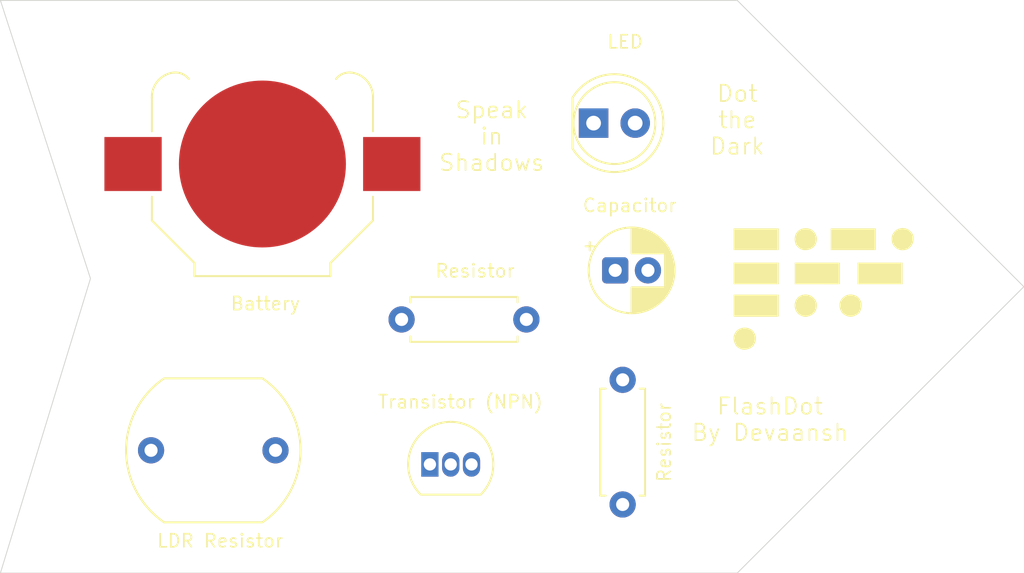
<source format=kicad_pcb>
(kicad_pcb (version 20241229) (generator "pcbnew") (generator_version "9.0")
  (layers (0 "F.Cu" signal) (2 "B.Cu" signal) (13 "F.Paste" user) (15 "B.Paste" user) (5 "F.SilkS" user "F.Silkscreen") (7 "B.SilkS" user "B.Silkscreen") (1 "F.Mask" user) (3 "B.Mask" user) (25 "Edge.Cuts" user))
  (net 0 "")
  (net 1 "Net-(BT1-+)")
  (net 2 "Net-(BT1--)")
  (net 3 "Net-(Q2-B)")
  (net 4 "Net-(D1-A)")
  (net 5 "Net-(D1-K)")
  (footprint "Battery:BatteryHolder_Keystone_3000_1x12mm" (layer "F.Cu") (at 116 70 180)
    (property "Reference" "BT1" (hide yes))
    (property "Value" "Battery")
    (fp_line (start 6.75 2) (end 6.75 4.1) (stroke (width 0.12)) (layer "F.SilkS"))
    (fp_line (start 6.75 -3.45) (end 6.75 -2) (stroke (width 0.12)) (layer "F.SilkS"))
    (fp_line (start 4.15 -6.05) (end 6.75 -3.45) (stroke (width 0.12)) (layer "F.SilkS"))
    (fp_line (start 4.15 -6.85) (end 4.15 -6.05) (stroke (width 0.12)) (layer "F.SilkS"))
    (fp_line (start -4.15 -6.05) (end -4.15 -6.85) (stroke (width 0.12)) (layer "F.SilkS"))
    (fp_line (start -4.15 -6.85) (end 4.15 -6.85) (stroke (width 0.12)) (layer "F.SilkS"))
    (fp_line (start -6.75 2) (end -6.75 4.1) (stroke (width 0.12)) (layer "F.SilkS"))
    (fp_line (start -6.75 -2) (end -6.75 -3.45) (stroke (width 0.12)) (layer "F.SilkS"))
    (fp_line (start -6.75 -3.45) (end -4.15 -6.05) (stroke (width 0.12)) (layer "F.SilkS"))
    (fp_arc (start 6.75 4.05) (mid 6.346016 5.125305) (end 5.3 5.6) (stroke (width 0.12)) (layer "F.SilkS"))
    (fp_arc (start 5.414615 5.58416) (mid 4.90584 5.514615) (end 4.5 5.2) (stroke (width 0.12)) (layer "F.SilkS"))
    (fp_arc (start -4.5 5.2) (mid -4.90584 5.514615) (end -5.414615 5.58416) (stroke (width 0.12)) (layer "F.SilkS"))
    (fp_arc (start -5.3 5.6) (mid -6.346016 5.125305) (end -6.75 4.05) (stroke (width 0.12)) (layer "F.SilkS"))
    (pad "1" smd rect (at -7.9 0 180) (size 3.5 3.3) (layers "F.Cu" "F.Mask" "F.Paste") (net 1 "Net-(BT1-+)"))
    (pad "1" smd rect (at 7.9 0 180) (size 3.5 3.3) (layers "F.Cu" "F.Mask" "F.Paste") (net 1 "Net-(BT1-+)"))
    (pad "2" smd circle (at 0 0 180) (size 10.2 10.2) (layers "F.Cu" "F.Mask") (net 2 "Net-(BT1--)"))
  )
  (footprint "Package_TO_SOT_THT:TO-92_Inline" (layer "F.Cu") (at 126.23 88.36)
    (property "Reference" "Q2" (hide yes))
    (property "Value" "Q_NPN_EBC")
    (fp_line (start -0.53 1.85) (end 3.07 1.85) (stroke (width 0.12)) (layer "F.SilkS"))
    (fp_arc (start -0.568478 1.838478) (mid -1.132087 -0.994977) (end 1.27 -2.6) (stroke (width 0.12)) (layer "F.SilkS"))
    (fp_arc (start 1.27 -2.6) (mid 3.672087 -0.994977) (end 3.108478 1.838478) (stroke (width 0.12)) (layer "F.SilkS"))
    (pad "1" thru_hole rect (at 0 0) (size 1.05 1.5) (drill 0.75) (layers "*.Cu" "*.Mask") (net 2 "Net-(BT1--)"))
    (pad "2" thru_hole oval (at 1.27 0) (size 1.05 1.5) (drill 0.75) (layers "*.Cu" "*.Mask") (net 3 "Net-(Q2-B)"))
    (pad "3" thru_hole oval (at 2.54 0) (size 1.05 1.5) (drill 0.75) (layers "*.Cu" "*.Mask") (net 5 "Net-(D1-K)"))
  )
  (footprint "Capacitor_THT:CP_Radial_D5.0mm_P2.00mm" (layer "F.Cu") (at 137.544888 76.5)
    (property "Reference" "C1" (hide yes))
    (property "Value" "C_Polarized")
    (fp_line (start -1.804775 -1.475) (end -1.304775 -1.475) (stroke (width 0.12)) (layer "F.SilkS"))
    (fp_line (start -1.554775 -1.725) (end -1.554775 -1.225) (stroke (width 0.12)) (layer "F.SilkS"))
    (fp_line (start 1 -2.58) (end 1 -1.04) (stroke (width 0.12)) (layer "F.SilkS"))
    (fp_line (start 1 1.04) (end 1 2.58) (stroke (width 0.12)) (layer "F.SilkS"))
    (fp_line (start 1.04 -2.58) (end 1.04 -1.04) (stroke (width 0.12)) (layer "F.SilkS"))
    (fp_line (start 1.04 1.04) (end 1.04 2.58) (stroke (width 0.12)) (layer "F.SilkS"))
    (fp_line (start 1.08 -2.579) (end 1.08 -1.04) (stroke (width 0.12)) (layer "F.SilkS"))
    (fp_line (start 1.08 1.04) (end 1.08 2.579) (stroke (width 0.12)) (layer "F.SilkS"))
    (fp_line (start 1.12 -2.577) (end 1.12 -1.04) (stroke (width 0.12)) (layer "F.SilkS"))
    (fp_line (start 1.12 1.04) (end 1.12 2.577) (stroke (width 0.12)) (layer "F.SilkS"))
    (fp_line (start 1.16 -2.575) (end 1.16 -1.04) (stroke (width 0.12)) (layer "F.SilkS"))
    (fp_line (start 1.16 1.04) (end 1.16 2.575) (stroke (width 0.12)) (layer "F.SilkS"))
    (fp_line (start 1.2 -2.572) (end 1.2 -1.04) (stroke (width 0.12)) (layer "F.SilkS"))
    (fp_line (start 1.2 1.04) (end 1.2 2.572) (stroke (width 0.12)) (layer "F.SilkS"))
    (fp_line (start 1.24 -2.569) (end 1.24 -1.04) (stroke (width 0.12)) (layer "F.SilkS"))
    (fp_line (start 1.24 1.04) (end 1.24 2.569) (stroke (width 0.12)) (layer "F.SilkS"))
    (fp_line (start 1.28 -2.565) (end 1.28 -1.04) (stroke (width 0.12)) (layer "F.SilkS"))
    (fp_line (start 1.28 1.04) (end 1.28 2.565) (stroke (width 0.12)) (layer "F.SilkS"))
    (fp_line (start 1.32 -2.56) (end 1.32 -1.04) (stroke (width 0.12)) (layer "F.SilkS"))
    (fp_line (start 1.32 1.04) (end 1.32 2.56) (stroke (width 0.12)) (layer "F.SilkS"))
    (fp_line (start 1.36 -2.555) (end 1.36 -1.04) (stroke (width 0.12)) (layer "F.SilkS"))
    (fp_line (start 1.36 1.04) (end 1.36 2.555) (stroke (width 0.12)) (layer "F.SilkS"))
    (fp_line (start 1.4 -2.549) (end 1.4 -1.04) (stroke (width 0.12)) (layer "F.SilkS"))
    (fp_line (start 1.4 1.04) (end 1.4 2.549) (stroke (width 0.12)) (layer "F.SilkS"))
    (fp_line (start 1.44 -2.543) (end 1.44 -1.04) (stroke (width 0.12)) (layer "F.SilkS"))
    (fp_line (start 1.44 1.04) (end 1.44 2.543) (stroke (width 0.12)) (layer "F.SilkS"))
    (fp_line (start 1.48 -2.536) (end 1.48 -1.04) (stroke (width 0.12)) (layer "F.SilkS"))
    (fp_line (start 1.48 1.04) (end 1.48 2.536) (stroke (width 0.12)) (layer "F.SilkS"))
    (fp_line (start 1.52 -2.528) (end 1.52 -1.04) (stroke (width 0.12)) (layer "F.SilkS"))
    (fp_line (start 1.52 1.04) (end 1.52 2.528) (stroke (width 0.12)) (layer "F.SilkS"))
    (fp_line (start 1.56 -2.519) (end 1.56 -1.04) (stroke (width 0.12)) (layer "F.SilkS"))
    (fp_line (start 1.56 1.04) (end 1.56 2.519) (stroke (width 0.12)) (layer "F.SilkS"))
    (fp_line (start 1.6 -2.51) (end 1.6 -1.04) (stroke (width 0.12)) (layer "F.SilkS"))
    (fp_line (start 1.6 1.04) (end 1.6 2.51) (stroke (width 0.12)) (layer "F.SilkS"))
    (fp_line (start 1.64 -2.501) (end 1.64 -1.04) (stroke (width 0.12)) (layer "F.SilkS"))
    (fp_line (start 1.64 1.04) (end 1.64 2.501) (stroke (width 0.12)) (layer "F.SilkS"))
    (fp_line (start 1.68 -2.49) (end 1.68 -1.04) (stroke (width 0.12)) (layer "F.SilkS"))
    (fp_line (start 1.68 1.04) (end 1.68 2.49) (stroke (width 0.12)) (layer "F.SilkS"))
    (fp_line (start 1.72 -2.479) (end 1.72 -1.04) (stroke (width 0.12)) (layer "F.SilkS"))
    (fp_line (start 1.72 1.04) (end 1.72 2.479) (stroke (width 0.12)) (layer "F.SilkS"))
    (fp_line (start 1.76 -2.467) (end 1.76 -1.04) (stroke (width 0.12)) (layer "F.SilkS"))
    (fp_line (start 1.76 1.04) (end 1.76 2.467) (stroke (width 0.12)) (layer "F.SilkS"))
    (fp_line (start 1.8 -2.455) (end 1.8 -1.04) (stroke (width 0.12)) (layer "F.SilkS"))
    (fp_line (start 1.8 1.04) (end 1.8 2.455) (stroke (width 0.12)) (layer "F.SilkS"))
    (fp_line (start 1.84 -2.442) (end 1.84 -1.04) (stroke (width 0.12)) (layer "F.SilkS"))
    (fp_line (start 1.84 1.04) (end 1.84 2.442) (stroke (width 0.12)) (layer "F.SilkS"))
    (fp_line (start 1.88 -2.428) (end 1.88 -1.04) (stroke (width 0.12)) (layer "F.SilkS"))
    (fp_line (start 1.88 1.04) (end 1.88 2.428) (stroke (width 0.12)) (layer "F.SilkS"))
    (fp_line (start 1.92 -2.413) (end 1.92 -1.04) (stroke (width 0.12)) (layer "F.SilkS"))
    (fp_line (start 1.92 1.04) (end 1.92 2.413) (stroke (width 0.12)) (layer "F.SilkS"))
    (fp_line (start 1.96 -2.398) (end 1.96 -1.04) (stroke (width 0.12)) (layer "F.SilkS"))
    (fp_line (start 1.96 1.04) (end 1.96 2.398) (stroke (width 0.12)) (layer "F.SilkS"))
    (fp_line (start 2 -2.382) (end 2 -1.04) (stroke (width 0.12)) (layer "F.SilkS"))
    (fp_line (start 2 1.04) (end 2 2.382) (stroke (width 0.12)) (layer "F.SilkS"))
    (fp_line (start 2.04 -2.365) (end 2.04 -1.04) (stroke (width 0.12)) (layer "F.SilkS"))
    (fp_line (start 2.04 1.04) (end 2.04 2.365) (stroke (width 0.12)) (layer "F.SilkS"))
    (fp_line (start 2.08 -2.347) (end 2.08 -1.04) (stroke (width 0.12)) (layer "F.SilkS"))
    (fp_line (start 2.08 1.04) (end 2.08 2.347) (stroke (width 0.12)) (layer "F.SilkS"))
    (fp_line (start 2.12 -2.329) (end 2.12 -1.04) (stroke (width 0.12)) (layer "F.SilkS"))
    (fp_line (start 2.12 1.04) (end 2.12 2.329) (stroke (width 0.12)) (layer "F.SilkS"))
    (fp_line (start 2.16 -2.309) (end 2.16 -1.04) (stroke (width 0.12)) (layer "F.SilkS"))
    (fp_line (start 2.16 1.04) (end 2.16 2.309) (stroke (width 0.12)) (layer "F.SilkS"))
    (fp_line (start 2.2 -2.289) (end 2.2 -1.04) (stroke (width 0.12)) (layer "F.SilkS"))
    (fp_line (start 2.2 1.04) (end 2.2 2.289) (stroke (width 0.12)) (layer "F.SilkS"))
    (fp_line (start 2.24 -2.268) (end 2.24 -1.04) (stroke (width 0.12)) (layer "F.SilkS"))
    (fp_line (start 2.24 1.04) (end 2.24 2.268) (stroke (width 0.12)) (layer "F.SilkS"))
    (fp_line (start 2.28 -2.246) (end 2.28 -1.04) (stroke (width 0.12)) (layer "F.SilkS"))
    (fp_line (start 2.28 1.04) (end 2.28 2.246) (stroke (width 0.12)) (layer "F.SilkS"))
    (fp_line (start 2.32 -2.223) (end 2.32 -1.04) (stroke (width 0.12)) (layer "F.SilkS"))
    (fp_line (start 2.32 1.04) (end 2.32 2.223) (stroke (width 0.12)) (layer "F.SilkS"))
    (fp_line (start 2.36 -2.199) (end 2.36 -1.04) (stroke (width 0.12)) (layer "F.SilkS"))
    (fp_line (start 2.36 1.04) (end 2.36 2.199) (stroke (width 0.12)) (layer "F.SilkS"))
    (fp_line (start 2.4 -2.175) (end 2.4 -1.04) (stroke (width 0.12)) (layer "F.SilkS"))
    (fp_line (start 2.4 1.04) (end 2.4 2.175) (stroke (width 0.12)) (layer "F.SilkS"))
    (fp_line (start 2.44 -2.149) (end 2.44 -1.04) (stroke (width 0.12)) (layer "F.SilkS"))
    (fp_line (start 2.44 1.04) (end 2.44 2.149) (stroke (width 0.12)) (layer "F.SilkS"))
    (fp_line (start 2.48 -2.122) (end 2.48 -1.04) (stroke (width 0.12)) (layer "F.SilkS"))
    (fp_line (start 2.48 1.04) (end 2.48 2.122) (stroke (width 0.12)) (layer "F.SilkS"))
    (fp_line (start 2.52 -2.094) (end 2.52 -1.04) (stroke (width 0.12)) (layer "F.SilkS"))
    (fp_line (start 2.52 1.04) (end 2.52 2.094) (stroke (width 0.12)) (layer "F.SilkS"))
    (fp_line (start 2.56 -2.065) (end 2.56 -1.04) (stroke (width 0.12)) (layer "F.SilkS"))
    (fp_line (start 2.56 1.04) (end 2.56 2.065) (stroke (width 0.12)) (layer "F.SilkS"))
    (fp_line (start 2.6 -2.035) (end 2.6 -1.04) (stroke (width 0.12)) (layer "F.SilkS"))
    (fp_line (start 2.6 1.04) (end 2.6 2.035) (stroke (width 0.12)) (layer "F.SilkS"))
    (fp_line (start 2.64 -2.003) (end 2.64 -1.04) (stroke (width 0.12)) (layer "F.SilkS"))
    (fp_line (start 2.64 1.04) (end 2.64 2.003) (stroke (width 0.12)) (layer "F.SilkS"))
    (fp_line (start 2.68 -1.97) (end 2.68 -1.04) (stroke (width 0.12)) (layer "F.SilkS"))
    (fp_line (start 2.68 1.04) (end 2.68 1.97) (stroke (width 0.12)) (layer "F.SilkS"))
    (fp_line (start 2.72 -1.936) (end 2.72 -1.04) (stroke (width 0.12)) (layer "F.SilkS"))
    (fp_line (start 2.72 1.04) (end 2.72 1.936) (stroke (width 0.12)) (layer "F.SilkS"))
    (fp_line (start 2.76 -1.901) (end 2.76 -1.04) (stroke (width 0.12)) (layer "F.SilkS"))
    (fp_line (start 2.76 1.04) (end 2.76 1.901) (stroke (width 0.12)) (layer "F.SilkS"))
    (fp_line (start 2.8 -1.864) (end 2.8 -1.04) (stroke (width 0.12)) (layer "F.SilkS"))
    (fp_line (start 2.8 1.04) (end 2.8 1.864) (stroke (width 0.12)) (layer "F.SilkS"))
    (fp_line (start 2.84 -1.825) (end 2.84 -1.04) (stroke (width 0.12)) (layer "F.SilkS"))
    (fp_line (start 2.84 1.04) (end 2.84 1.825) (stroke (width 0.12)) (layer "F.SilkS"))
    (fp_line (start 2.88 -1.785) (end 2.88 -1.04) (stroke (width 0.12)) (layer "F.SilkS"))
    (fp_line (start 2.88 1.04) (end 2.88 1.785) (stroke (width 0.12)) (layer "F.SilkS"))
    (fp_line (start 2.92 -1.743) (end 2.92 -1.04) (stroke (width 0.12)) (layer "F.SilkS"))
    (fp_line (start 2.92 1.04) (end 2.92 1.743) (stroke (width 0.12)) (layer "F.SilkS"))
    (fp_line (start 2.96 -1.699) (end 2.96 -1.04) (stroke (width 0.12)) (layer "F.SilkS"))
    (fp_line (start 2.96 1.04) (end 2.96 1.699) (stroke (width 0.12)) (layer "F.SilkS"))
    (fp_line (start 3 -1.652) (end 3 -1.04) (stroke (width 0.12)) (layer "F.SilkS"))
    (fp_line (start 3 1.04) (end 3 1.652) (stroke (width 0.12)) (layer "F.SilkS"))
    (fp_line (start 3.04 -1.604) (end 3.04 1.604) (stroke (width 0.12)) (layer "F.SilkS"))
    (fp_line (start 3.08 -1.553) (end 3.08 1.553) (stroke (width 0.12)) (layer "F.SilkS"))
    (fp_line (start 3.12 -1.499) (end 3.12 1.499) (stroke (width 0.12)) (layer "F.SilkS"))
    (fp_line (start 3.16 -1.443) (end 3.16 1.443) (stroke (width 0.12)) (layer "F.SilkS"))
    (fp_line (start 3.2 -1.383) (end 3.2 1.383) (stroke (width 0.12)) (layer "F.SilkS"))
    (fp_line (start 3.24 -1.319) (end 3.24 1.319) (stroke (width 0.12)) (layer "F.SilkS"))
    (fp_line (start 3.28 -1.251) (end 3.28 1.251) (stroke (width 0.12)) (layer "F.SilkS"))
    (fp_line (start 3.32 -1.177) (end 3.32 1.177) (stroke (width 0.12)) (layer "F.SilkS"))
    (fp_line (start 3.36 -1.098) (end 3.36 1.098) (stroke (width 0.12)) (layer "F.SilkS"))
    (fp_line (start 3.4 -1.011) (end 3.4 1.011) (stroke (width 0.12)) (layer "F.SilkS"))
    (fp_line (start 3.44 -0.914) (end 3.44 0.914) (stroke (width 0.12)) (layer "F.SilkS"))
    (fp_line (start 3.48 -0.805) (end 3.48 0.805) (stroke (width 0.12)) (layer "F.SilkS"))
    (fp_line (start 3.52 -0.677) (end 3.52 0.677) (stroke (width 0.12)) (layer "F.SilkS"))
    (fp_line (start 3.56 -0.517) (end 3.56 0.517) (stroke (width 0.12)) (layer "F.SilkS"))
    (fp_line (start 3.6 -0.283) (end 3.6 0.283) (stroke (width 0.12)) (layer "F.SilkS"))
    (fp_circle (center 1 0) (end 3.62 0) (stroke (width 0.12)) (fill no) (layer "F.SilkS"))
    (pad "1" thru_hole roundrect (at 0 0) (size 1.6 1.6) (drill 0.8) (layers "*.Cu" "*.Mask") (roundrect_rratio 0.15625) (net 3 "Net-(Q2-B)"))
    (pad "2" thru_hole circle (at 2 0) (size 1.6 1.6) (drill 0.8) (layers "*.Cu" "*.Mask") (net 2 "Net-(BT1--)"))
  )
  (footprint "Resistor_THT:R_Axial_DIN0207_L6.3mm_D2.5mm_P7.62mm_Horizontal" (layer "F.Cu") (at 138 83.19 -90)
    (property "Reference" "R2" (hide yes))
    (property "Value" "R")
    (fp_line (start 0.54 1.37) (end 7.08 1.37) (stroke (width 0.12)) (layer "F.SilkS"))
    (fp_line (start 7.08 1.37) (end 7.08 1.04) (stroke (width 0.12)) (layer "F.SilkS"))
    (fp_line (start 0.54 1.04) (end 0.54 1.37) (stroke (width 0.12)) (layer "F.SilkS"))
    (fp_line (start 0.54 -1.04) (end 0.54 -1.37) (stroke (width 0.12)) (layer "F.SilkS"))
    (fp_line (start 0.54 -1.37) (end 7.08 -1.37) (stroke (width 0.12)) (layer "F.SilkS"))
    (fp_line (start 7.08 -1.37) (end 7.08 -1.04) (stroke (width 0.12)) (layer "F.SilkS"))
    (pad "1" thru_hole circle (at 0 0 270) (size 1.6 1.6) (drill 0.8) (layers "*.Cu" "*.Mask") (net 4 "Net-(D1-A)"))
    (pad "2" thru_hole circle (at 7.62 0 270) (size 1.6 1.6) (drill 0.8) (layers "*.Cu" "*.Mask") (net 2 "Net-(BT1--)"))
  )
  (footprint "OptoDevice:R_LDR_10x8.5mm_P7.6mm_Vertical" (layer "F.Cu") (at 116.8 87.5 180)
    (property "Reference" "R3" (hide yes))
    (property "Value" "LDR03")
    (fp_line (start 0.8 4.4) (end 6.8 4.4) (stroke (width 0.12)) (layer "F.SilkS"))
    (fp_line (start 0.8 -4.4) (end 6.8 -4.4) (stroke (width 0.12)) (layer "F.SilkS"))
    (fp_arc (start 6.8 -4.4) (mid 9.125374 -0.019809) (end 6.83265 4.37756) (stroke (width 0.12)) (layer "F.SilkS"))
    (fp_arc (start 0.8 4.4) (mid -1.525374 0.019809) (end 0.76735 -4.37756) (stroke (width 0.12)) (layer "F.SilkS"))
    (pad "1" thru_hole circle (at 0 0 180) (size 1.6 1.6) (drill 0.8) (layers "*.Cu" "*.Mask") (net 3 "Net-(Q2-B)"))
    (pad "2" thru_hole circle (at 7.6 0 180) (size 1.6 1.6) (drill 0.8) (layers "*.Cu" "*.Mask") (net 1 "Net-(BT1-+)"))
  )
  (footprint "Resistor_THT:R_Axial_DIN0207_L6.3mm_D2.5mm_P7.62mm_Horizontal" (layer "F.Cu") (at 124.5 79.5)
    (property "Reference" "R1" (hide yes))
    (property "Value" "R")
    (fp_line (start 0.54 -1.37) (end 7.08 -1.37) (stroke (width 0.12)) (layer "F.SilkS"))
    (fp_line (start 0.54 -1.04) (end 0.54 -1.37) (stroke (width 0.12)) (layer "F.SilkS"))
    (fp_line (start 0.54 1.04) (end 0.54 1.37) (stroke (width 0.12)) (layer "F.SilkS"))
    (fp_line (start 0.54 1.37) (end 7.08 1.37) (stroke (width 0.12)) (layer "F.SilkS"))
    (fp_line (start 7.08 -1.37) (end 7.08 -1.04) (stroke (width 0.12)) (layer "F.SilkS"))
    (fp_line (start 7.08 1.37) (end 7.08 1.04) (stroke (width 0.12)) (layer "F.SilkS"))
    (pad "1" thru_hole circle (at 0 0) (size 1.6 1.6) (drill 0.8) (layers "*.Cu" "*.Mask") (net 2 "Net-(BT1--)"))
    (pad "2" thru_hole circle (at 7.62 0) (size 1.6 1.6) (drill 0.8) (layers "*.Cu" "*.Mask") (net 3 "Net-(Q2-B)"))
  )
  (footprint "LED_THT:LED_D5.0mm" (layer "F.Cu") (at 136.225 67.5)
    (property "Reference" "D1" (hide yes))
    (property "Value" "LED")
    (fp_line (start -1.29 -1.545) (end -1.29 1.545) (stroke (width 0.12)) (layer "F.SilkS"))
    (fp_arc (start -1.29 -1.54483) (mid 2.071779 -2.880495) (end 4.26 0) (stroke (width 0.12)) (layer "F.SilkS"))
    (fp_arc (start 4.26 0) (mid 2.071779 2.880495) (end -1.29 1.54483) (stroke (width 0.12)) (layer "F.SilkS"))
    (fp_circle (center 1.27 0) (end 3.77 0) (stroke (width 0.12)) (fill no) (layer "F.SilkS"))
    (pad "1" thru_hole rect (at 0 0) (size 1.8 1.8) (drill 0.9) (layers "*.Cu" "*.Mask") (net 5 "Net-(D1-K)"))
    (pad "2" thru_hole circle (at 2.54 0) (size 1.8 1.8) (drill 0.9) (layers "*.Cu" "*.Mask") (net 4 "Net-(D1-A)"))
  )
  (gr_poly (pts (xy 147.530527 77.348022) (xy 144.778861 77.348022) (xy 144.778861 76.025105) (xy 147.530527 76.025105)) (fill yes) (layer "F.SilkS"))
  (gr_poly (pts (xy 149.200526 77.973247) (xy 149.248675 77.977176) (xy 149.296741 77.98451) (xy 149.344662 77.995263) (xy 149.392373 78.009448) (xy 149.439811 78.027079) (xy 149.486911 78.048169) (xy 149.533609 78.072733) (xy 149.562166 78.093472) (xy 149.589626 78.114863) (xy 149.615972 78.136939) (xy 149.641186 78.159732) (xy 149.66525 78.183274) (xy 149.688148 78.207599) (xy 149.70986 78.232739) (xy 149.73037 78.258726) (xy 149.74966 78.285592) (xy 149.767712 78.313371) (xy 149.784508 78.342095) (xy 149.800032 78.371796) (xy 149.814264 78.402508) (xy 149.827189 78.434261) (xy 149.838787 78.46709) (xy 149.849042 78.501027) (xy 149.854063 78.538652) (xy 149.857567 78.576228) (xy 149.859518 78.613702) (xy 149.859879 78.651022) (xy 149.858611 78.688136) (xy 149.855679 78.724991) (xy 149.851044 78.761535) (xy 149.844669 78.797716) (xy 149.836517 78.833481) (xy 149.826551 78.868779) (xy 149.814733 78.903557) (xy 149.801027 78.937762) (xy 149.785395 78.971343) (xy 149.767799 79.004246) (xy 149.748203 79.036421) (xy 149.726569 79.067814) (xy 149.696977 79.099782) (xy 149.667135 79.129407) (xy 149.636953 79.156772) (xy 149.60634 79.181956) (xy 149.575207 79.205044) (xy 149.543463 79.226115) (xy 149.511019 79.245253) (xy 149.477783 79.262539) (xy 149.443666 79.278055) (xy 149.408577 79.291882) (xy 149.372427 79.304103) (xy 149.335125 79.314799) (xy 149.296582 79.324052) (xy 149.256706 79.331944) (xy 149.215408 79.338557) (xy 149.172597 79.343973) (xy 149.139205 79.341624) (xy 149.106184 79.337802) (xy 149.073562 79.33253) (xy 149.041365 79.32583) (xy 149.00962 79.317725) (xy 148.978355 79.308237) (xy 148.947596 79.297388) (xy 148.917371 79.285201) (xy 148.887705 79.271699) (xy 148.858627 79.256903) (xy 148.830163 79.240836) (xy 148.802341 79.223522) (xy 148.775186 79.204981) (xy 148.748727 79.185237) (xy 148.722989 79.164312) (xy 148.698001 79.142228) (xy 148.670972 79.110878) (xy 148.646087 79.079387) (xy 148.623308 79.04768) (xy 148.602595 79.015683) (xy 148.583911 78.983321) (xy 148.567217 78.950518) (xy 148.552474 78.917201) (xy 148.539643 78.883295) (xy 148.528687 78.848724) (xy 148.519565 78.813414) (xy 148.512241 78.77729) (xy 148.506674 78.740278) (xy 148.502827 78.702302) (xy 148.500661 78.663289) (xy 148.500137 78.623162) (xy 148.501217 78.581849) (xy 148.506558 78.544031) (xy 148.513465 78.507355) (xy 148.521936 78.471777) (xy 148.531971 78.437252) (xy 148.54357 78.403735) (xy 148.55673 78.371182) (xy 148.571451 78.339548) (xy 148.587733 78.308789) (xy 148.605575 78.27886) (xy 148.624976 78.249716) (xy 148.645934 78.221314) (xy 148.66845 78.193608) (xy 148.692522 78.166553) (xy 148.71815 78.140106) (xy 148.745332 78.114222) (xy 148.774069 78.088855) (xy 148.820074 78.062754) (xy 148.866573 78.039935) (xy 148.913502 78.020411) (xy 148.960797 78.004197) (xy 149.008395 77.991306) (xy 149.05623 77.981752) (xy 149.10424 77.975549) (xy 149.15236 77.972709)) (fill yes) (layer "F.SilkS"))
  (gr_poly (pts (xy 155.09761 77.348022) (xy 152.345943 77.348022) (xy 152.345943 76.025105) (xy 155.09761 76.025105)) (fill yes) (layer "F.SilkS"))
  (gr_poly (pts (xy 149.215147 73.923251) (xy 149.255062 73.925974) (xy 149.294721 73.930713) (xy 149.334107 73.937517) (xy 149.373203 73.946439) (xy 149.411989 73.95753) (xy 149.450449 73.970841) (xy 149.488563 73.986423) (xy 149.526315 74.004328) (xy 149.563685 74.024608) (xy 149.593282 74.047854) (xy 149.621414 74.072294) (xy 149.648075 74.097885) (xy 149.673263 74.124588) (xy 149.696971 74.152363) (xy 149.719195 74.181168) (xy 149.739932 74.210963) (xy 149.759176 74.241708) (xy 149.776923 74.273361) (xy 149.793168 74.305883) (xy 149.807908 74.339233) (xy 149.821137 74.37337) (xy 149.832851 74.408254) (xy 149.843046 74.443844) (xy 149.851717 74.4801) (xy 149.85886 74.516981) (xy 149.860517 74.557089) (xy 149.860478 74.596232) (xy 149.858727 74.634463) (xy 149.85525 74.671834) (xy 149.850033 74.7084) (xy 149.843061 74.744213) (xy 149.834321 74.779325) (xy 149.823796 74.813791) (xy 149.811473 74.847664) (xy 149.797338 74.880995) (xy 149.781376 74.913839) (xy 149.763572 74.946249) (xy 149.743912 74.978278) (xy 149.722382 75.009978) (xy 149.698967 75.041403) (xy 149.673652 75.072605) (xy 149.634461 75.103991) (xy 149.595813 75.132) (xy 149.55753 75.156791) (xy 149.519435 75.178521) (xy 149.481349 75.197348) (xy 149.443095 75.213428) (xy 149.404494 75.22692) (xy 149.36537 75.23798) (xy 149.325545 75.246766) (xy 149.28484 75.253436) (xy 149.243079 75.258146) (xy 149.200082 75.261054) (xy 149.155673 75.262318) (xy 149.109674 75.262094) (xy 149.061907 75.26054) (xy 149.012194 75.257814) (xy 148.978722 75.247657) (xy 148.945841 75.236017) (xy 148.913609 75.222918) (xy 148.882077 75.208387) (xy 148.851303 75.192449) (xy 148.821341 75.175129) (xy 148.792244 75.156455) (xy 148.76407 75.13645) (xy 148.736871 75.115142) (xy 148.710704 75.092555) (xy 148.685622 75.068716) (xy 148.661681 75.04365) (xy 148.638936 75.017383) (xy 148.617441 74.98994) (xy 148.597251 74.961348) (xy 148.578422 74.931632) (xy 148.562415 74.893711) (xy 148.54828 74.856063) (xy 148.536017 74.818638) (xy 148.525629 74.781382) (xy 148.517116 74.744243) (xy 148.510479 74.707168) (xy 148.505719 74.670106) (xy 148.502837 74.633005) (xy 148.501834 74.59581) (xy 148.502711 74.558471) (xy 148.50547 74.520935) (xy 148.510111 74.48315) (xy 148.516636 74.445062) (xy 148.525044 74.40662) (xy 148.535338 74.367772) (xy 148.547519 74.328465) (xy 148.562398 74.296906) (xy 148.578612 74.266327) (xy 148.596135 74.236755) (xy 148.614938 74.208218) (xy 148.634993 74.180741) (xy 148.656271 74.154353) (xy 148.678745 74.129081) (xy 148.702385 74.104951) (xy 148.727164 74.081991) (xy 148.753054 74.060227) (xy 148.780026 74.039688) (xy 148.808052 74.020398) (xy 148.837104 74.002387) (xy 148.867153 73.985681) (xy 148.898172 73.970307) (xy 148.930132 73.956291) (xy 148.971324 73.946348) (xy 149.012387 73.93806) (xy 149.053304 73.931479) (xy 149.094057 73.926656) (xy 149.134627 73.923643) (xy 149.174997 73.922491)) (fill yes) (layer "F.SilkS"))
  (gr_poly (pts (xy 151.958644 77.974349) (xy 152.001646 77.9782) (xy 152.04467 77.984563) (xy 152.087677 77.993376) (xy 152.130633 78.004581) (xy 152.173499 78.01812) (xy 152.21624 78.033932) (xy 152.258817 78.051958) (xy 152.288434 78.070983) (xy 152.316911 78.091315) (xy 152.344229 78.112905) (xy 152.370364 78.135705) (xy 152.395297 78.159664) (xy 152.419005 78.184735) (xy 152.441468 78.210867) (xy 152.462664 78.238012) (xy 152.482572 78.266121) (xy 152.501171 78.295143) (xy 152.518438 78.325031) (xy 152.534354 78.355736) (xy 152.548896 78.387207) (xy 152.562043 78.419396) (xy 152.573775 78.452253) (xy 152.584069 78.48573) (xy 152.587707 78.527931) (xy 152.590162 78.568927) (xy 152.591369 78.608841) (xy 152.59126 78.647794) (xy 152.589771 78.685907) (xy 152.586835 78.7233) (xy 152.582386 78.760096) (xy 152.576358 78.796415) (xy 152.568684 78.832379) (xy 152.559299 78.868108) (xy 152.548137 78.903724) (xy 152.535131 78.939348) (xy 152.520216 78.975102) (xy 152.503325 79.011106) (xy 152.484393 79.047482) (xy 152.463353 79.08435) (xy 152.43474 79.111344) (xy 152.405606 79.137032) (xy 152.375928 79.161377) (xy 152.34568 79.184344) (xy 152.314837 79.205895) (xy 152.283375 79.225994) (xy 152.251268 79.244604) (xy 152.218493 79.261687) (xy 152.185023 79.277208) (xy 152.150835 79.291129) (xy 152.115904 79.303414) (xy 152.080204 79.314027) (xy 152.043711 79.322929) (xy 152.0064 79.330085) (xy 151.968246 79.335458) (xy 151.929225 79.339011) (xy 151.890734 79.337245) (xy 151.852771 79.333419) (xy 151.815366 79.327587) (xy 151.778548 79.319805) (xy 151.742349 79.310127) (xy 151.706797 79.298609) (xy 151.671922 79.285304) (xy 151.637754 79.270269) (xy 151.604323 79.253558) (xy 151.571659 79.235226) (xy 151.539791 79.215328) (xy 151.50875 79.19392) (xy 151.478564 79.171054) (xy 151.449265 79.146788) (xy 151.420882 79.121176) (xy 151.393444 79.094272) (xy 151.371293 79.059897) (xy 151.350783 79.025612) (xy 151.331936 78.991342) (xy 151.314779 78.957015) (xy 151.299336 78.922556) (xy 151.28563 78.887893) (xy 151.273687 78.852951) (xy 151.263532 78.817658) (xy 151.255188 78.78194) (xy 151.248681 78.745724) (xy 151.244035 78.708935) (xy 151.241274 78.671501) (xy 151.240423 78.633348) (xy 151.241507 78.594403) (xy 151.24455 78.554592) (xy 151.249576 78.513842) (xy 151.258642 78.478097) (xy 151.269472 78.443372) (xy 151.282016 78.409663) (xy 151.296226 78.376968) (xy 151.312051 78.345283) (xy 151.329442 78.314604) (xy 151.348351 78.284928) (xy 151.368727 78.256252) (xy 151.390522 78.228571) (xy 151.413685 78.201883) (xy 151.438169 78.176184) (xy 151.463922 78.151469) (xy 151.490897 78.127737) (xy 151.519043 78.104984) (xy 151.548311 78.083205) (xy 151.578652 78.062397) (xy 151.619807 78.040996) (xy 151.661315 78.022638) (xy 151.703138 78.007263) (xy 151.74524 77.994812) (xy 151.787584 77.985226) (xy 151.830133 77.978446) (xy 151.872851 77.974412) (xy 151.9157 77.973066)) (fill yes) (layer "F.SilkS"))
  (gr_poly (pts (xy 147.530527 79.305939) (xy 147.52558 79.310592) (xy 147.520477 79.314829) (xy 147.515225 79.318668) (xy 147.509832 79.322126) (xy 147.504304 79.325221) (xy 147.498648 79.32797) (xy 147.492872 79.330392) (xy 147.486982 79.332503) (xy 147.480985 79.334322) (xy 147.474889 79.335866) (xy 147.462427 79.3382) (xy 147.449651 79.339645) (xy 147.436616 79.340344) (xy 147.423381 79.340437) (xy 147.41 79.340066) (xy 147.383026 79.338493) (xy 147.356144 79.336756) (xy 147.342878 79.336178) (xy 147.329804 79.335982) (xy 147.253748 79.335821) (xy 147.1741 79.335961) (xy 146.912064 79.335911) (xy 146.730847 79.335988) (xy 146.350496 79.335847) (xy 145.861741 79.335941) (xy 145.487375 79.335937) (xy 145.307105 79.336003) (xy 145.05564 79.335821) (xy 144.979583 79.335982) (xy 144.923003 79.335739) (xy 144.880124 79.335197) (xy 144.848594 79.334003) (xy 144.836351 79.333051) (xy 144.826062 79.331805) (xy 144.817435 79.33022) (xy 144.810175 79.328252) (xy 144.803988 79.325857) (xy 144.79858 79.322991) (xy 144.793658 79.319611) (xy 144.788926 79.315671) (xy 144.778861 79.305939) (xy 144.778861 77.983022) (xy 147.530527 77.983022)) (fill yes) (layer "F.SilkS"))
  (gr_poly (pts (xy 147.530527 75.257814) (xy 144.778861 75.257814) (xy 144.778861 73.934897) (xy 147.530527 73.934897)) (fill yes) (layer "F.SilkS"))
  (gr_poly (pts (xy 151.261152 77.321564) (xy 151.252329 77.330303) (xy 151.248583 77.333852) (xy 151.24514 77.336911) (xy 151.243498 77.33827) (xy 151.241893 77.339524) (xy 151.24031 77.340677) (xy 151.238737 77.341734) (xy 151.23716 77.342702) (xy 151.235566 77.343586) (xy 151.233942 77.34439) (xy 151.232274 77.345122) (xy 151.230549 77.345785) (xy 151.228755 77.346386) (xy 151.226877 77.34693) (xy 151.224903 77.347422) (xy 151.22282 77.347868) (xy 151.220613 77.348273) (xy 151.215778 77.348982) (xy 151.210293 77.349594) (xy 151.204052 77.350152) (xy 151.188878 77.351278) (xy 151.128053 77.351204) (xy 151.058456 77.351314) (xy 150.981524 77.351026) (xy 150.900966 77.351038) (xy 150.635971 77.350606) (xy 150.452784 77.350492) (xy 149.969574 77.349839) (xy 149.390371 77.349245) (xy 148.509485 77.348022) (xy 148.509485 76.025105) (xy 151.261152 76.025105)) (fill yes) (layer "F.SilkS"))
  (gr_poly (pts (xy 153.457194 75.257814) (xy 150.705527 75.257814) (xy 150.705527 73.934897) (xy 153.457194 73.934897)) (fill yes) (layer "F.SilkS"))
  (gr_poly (pts (xy 145.5 80) (xy 145.546595 80.004747) (xy 145.593476 80.012659) (xy 145.640788 80.023735) (xy 145.688672 80.037977) (xy 145.737272 80.055383) (xy 145.786732 80.075953) (xy 145.837194 80.099689) (xy 145.866415 80.121075) (xy 145.89385 80.143383) (xy 145.919569 80.166608) (xy 145.943636 80.190744) (xy 145.966121 80.215786) (xy 145.98709 80.241729) (xy 146.006611 80.268567) (xy 146.024751 80.296294) (xy 146.041577 80.324905) (xy 146.057157 80.354395) (xy 146.071558 80.384758) (xy 146.084847 80.415989) (xy 146.097092 80.448082) (xy 146.10836 80.481032) (xy 146.118719 80.514833) (xy 146.128236 80.54948) (xy 146.133575 80.589209) (xy 146.136396 80.628234) (xy 146.136819 80.666603) (xy 146.134961 80.704361) (xy 146.13094 80.741554) (xy 146.124875 80.778229) (xy 146.116883 80.814432) (xy 146.107082 80.850208) (xy 146.095592 80.885605) (xy 146.082529 80.920667) (xy 146.068013 80.955441) (xy 146.05216 80.989973) (xy 146.03509 81.024309) (xy 146.01692 81.058495) (xy 145.977754 81.126603) (xy 145.945554 81.155709) (xy 145.912839 81.182604) (xy 145.879582 81.207333) (xy 145.845755 81.229936) (xy 145.81133 81.250456) (xy 145.77628 81.268935) (xy 145.740577 81.285415) (xy 145.704194 81.29994) (xy 145.667104 81.31255) (xy 145.629278 81.323288) (xy 145.590689 81.332197) (xy 145.551309 81.339318) (xy 145.511112 81.344694) (xy 145.470069 81.348368) (xy 145.428152 81.350381) (xy 145.385335 81.350775) (xy 145.353779 81.34693) (xy 145.322461 81.3416) (xy 145.291433 81.33482) (xy 145.260744 81.326628) (xy 145.230446 81.31706) (xy 145.200591 81.306154) (xy 145.171229 81.293946) (xy 145.142411 81.280473) (xy 145.114189 81.265772) (xy 145.086615 81.249879) (xy 145.059738 81.232832) (xy 145.03361 81.214666) (xy 145.008282 81.19542) (xy 144.983805 81.17513) (xy 144.960231 81.153832) (xy 144.937611 81.131564) (xy 144.91518 81.096215) (xy 144.894272 81.061336) (xy 144.874917 81.026798) (xy 144.857146 80.99247) (xy 144.840992 80.958222) (xy 144.826484 80.923923) (xy 144.813655 80.889443) (xy 144.802534 80.854652) (xy 144.793155 80.819419) (xy 144.785548 80.783614) (xy 144.779743 80.747108) (xy 144.775773 80.709768) (xy 144.773669 80.671466) (xy 144.773461 80.632071) (xy 144.775181 80.591453) (xy 144.778861 80.54948) (xy 144.788164 80.514851) (xy 144.798379 80.481054) (xy 144.809564 80.448095) (xy 144.821777 80.415985) (xy 144.835078 80.384729) (xy 144.849525 80.354337) (xy 144.865176 80.324817) (xy 144.88209 80.296177) (xy 144.900325 80.268424) (xy 144.919941 80.241567) (xy 144.940996 80.215614) (xy 144.963548 80.190573) (xy 144.987656 80.166451) (xy 145.013378 80.143258) (xy 145.040774 80.121001) (xy 145.069902 80.099689) (xy 145.120364 80.075953) (xy 145.169824 80.055383) (xy 145.218424 80.037977) (xy 145.266308 80.023735) (xy 145.31362 80.012659) (xy 145.360501 80.004747) (xy 145.407096 80) (xy 145.453548 79.998418)) (fill yes) (layer "F.SilkS"))
  (gr_poly (pts (xy 155.159063 73.915855) (xy 155.210422 73.921663) (xy 155.260991 73.931105) (xy 155.310421 73.944199) (xy 155.358363 73.960965) (xy 155.40447 73.981422) (xy 155.426725 73.993041) (xy 155.44839 74.005591) (xy 155.500514 74.046335) (xy 155.526026 74.067306) (xy 155.550992 74.088772) (xy 155.575277 74.110805) (xy 155.598748 74.133477) (xy 155.62127 74.156859) (xy 155.642708 74.181024) (xy 155.662928 74.206044) (xy 155.681795 74.23199) (xy 155.699175 74.258935) (xy 155.714935 74.286949) (xy 155.728938 74.316106) (xy 155.735239 74.331135) (xy 155.741051 74.346476) (xy 155.746356 74.362139) (xy 155.751139 74.378133) (xy 155.755382 74.394466) (xy 155.759068 74.411147) (xy 155.762794 74.458129) (xy 155.765287 74.50354) (xy 155.766413 74.547518) (xy 155.766037 74.590198) (xy 155.764025 74.63172) (xy 155.760241 74.672218) (xy 155.754551 74.711831) (xy 155.746821 74.750695) (xy 155.736916 74.788948) (xy 155.7247 74.826726) (xy 155.71004 74.864168) (xy 155.692801 74.901408) (xy 155.672848 74.938586) (xy 155.650046 74.975837) (xy 155.624261 75.013298) (xy 155.595357 75.051108) (xy 155.567261 75.080155) (xy 155.539626 75.106695) (xy 155.512269 75.130828) (xy 155.485004 75.152654) (xy 155.457646 75.172274) (xy 155.43001 75.189787) (xy 155.40191 75.205293) (xy 155.373162 75.218892) (xy 155.34358 75.230685) (xy 155.312979 75.24077) (xy 155.281174 75.249249) (xy 155.24798 75.256222) (xy 155.213212 75.261787) (xy 155.176685 75.266046) (xy 155.138212 75.269098) (xy 155.09761 75.271043) (xy 155.054733 75.2689) (xy 155.014406 75.26552) (xy 154.976393 75.260806) (xy 154.940456 75.254663) (xy 154.906359 75.246995) (xy 154.873865 75.237706) (xy 154.842737 75.2267) (xy 154.812739 75.213881) (xy 154.783633 75.199154) (xy 154.755182 75.182423) (xy 154.72715 75.163591) (xy 154.6993 75.142563) (xy 154.671395 75.119243) (xy 154.643198 75.093535) (xy 154.614471 75.065343) (xy 154.58498 75.034572) (xy 154.55885 75.003151) (xy 154.535697 74.972187) (xy 154.515348 74.941529) (xy 154.497633 74.911026) (xy 154.482378 74.880528) (xy 154.469414 74.849884) (xy 154.458568 74.818944) (xy 154.44967 74.787557) (xy 154.442546 74.755572) (xy 154.437027 74.72284) (xy 154.43294 74.689208) (xy 154.430114 74.654528) (xy 154.428377 74.618648) (xy 154.427558 74.581418) (xy 154.427987 74.502304) (xy 154.432116 74.466748) (xy 154.437969 74.432687) (xy 154.445506 74.400015) (xy 154.454687 74.368625) (xy 154.465473 74.338412) (xy 154.477826 74.309269) (xy 154.491704 74.28109) (xy 154.507071 74.253769) (xy 154.523885 74.2272) (xy 154.542108 74.201276) (xy 154.5617 74.175892) (xy 154.582622 74.15094) (xy 154.604835 74.126315) (xy 154.628299 74.101911) (xy 154.652975 74.077621) (xy 154.678824 74.05334) (xy 154.698495 74.038181) (xy 154.718885 74.023881) (xy 154.761646 73.997861) (xy 154.806758 73.975301) (xy 154.853873 73.956218) (xy 154.90264 73.940634) (xy 154.952712 73.928567) (xy 155.00374 73.920036) (xy 155.055373 73.91506) (xy 155.107264 73.91366)) (fill yes) (layer "F.SilkS"))
  (gr_poly (pts (xy 100 60) (xy 105.5 77) (xy 100 95) (xy 145 95) (xy 162.5 77.5) (xy 145 60)) (stroke (width 0.05)) (fill no) (layer "Edge.Cuts"))
  (gr_text "Transistor (NPN)" (at 123 85 0) (layer "F.SilkS") (effects (font (size 0.8 0.8) (thickness 0.1)) (justify left bottom)))
  (gr_text "Resistor" (at 141 89.5 90) (layer "F.SilkS") (effects (font (size 0.8 0.8) (thickness 0.1)) (justify left bottom)))
  (gr_text "Battery" (at 114 79 0) (layer "F.SilkS") (effects (font (size 0.8 0.8) (thickness 0.1)) (justify left bottom)))
  (gr_text "Speak\nin\nShadows" (at 130 70.5 0) (layer "F.SilkS") (effects (font (size 1 1) (thickness 0.1)) (justify bottom)))
  (gr_text "LED" (at 137 63 0) (layer "F.SilkS") (effects (font (size 0.8 0.8) (thickness 0.1)) (justify left bottom)))
  (gr_text "Dot\nthe\nDark" (at 145 69.5 0) (layer "F.SilkS") (effects (font (size 1 1) (thickness 0.1)) (justify bottom)))
  (gr_text "Resistor" (at 126.5 77 0) (layer "F.SilkS") (effects (font (size 0.8 0.8) (thickness 0.1)) (justify left bottom)))
  (gr_text "Capacitor" (at 135.5 73 0) (layer "F.SilkS") (effects (font (size 0.8 0.8) (thickness 0.1)) (justify left bottom)))
  (gr_text "FlashDot\nBy Devaansh" (at 147 87 0) (layer "F.SilkS") (effects (font (size 1 1) (thickness 0.1)) (justify bottom)))
  (gr_text "LDR Resistor" (at 109.5 93.5 0) (layer "F.SilkS") (effects (font (size 0.8 0.8) (thickness 0.1)) (justify left bottom)))
)
</source>
